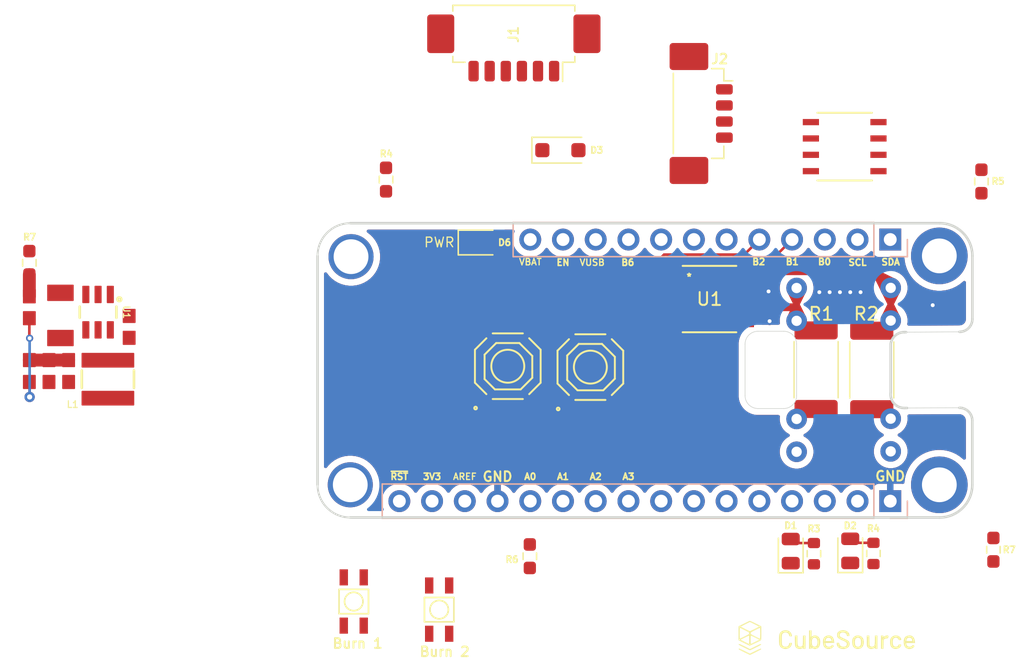
<source format=kicad_pcb>
(kicad_pcb (version 20241229) (generator "pcbnew") (generator_version "9.0")
  (title_block (date "2025-03-18") (rev "Rev 1"))
  (layers (0 "F.Cu" signal) (2 "B.Cu" signal) (13 "F.Paste" user) (15 "B.Paste" user) (5 "F.SilkS" user "F.Silkscreen") (7 "B.SilkS" user "B.Silkscreen") (1 "F.Mask" user) (3 "B.Mask" user) (25 "Edge.Cuts" user))
  (net 0 "")
  (net 1 "GND")
  (net 2 "Net-(H1-Pad1)")
  (net 3 "Net-(H3-Pad1)")
  (net 4 "Net-(H4-Pad1)")
  (net 5 "BURN_CTRL_2")
  (net 6 "BURN_CTRL_1")
  (net 7 "/Burn_Circuit/BURN_OUT_NEG")
  (net 8 "/Burn_Circuit1/BURN_OUT_NEG")
  (net 9 "IN1")
  (net 10 "EN3V")
  (net 11 "Vin")
  (net 12 "IN2")
  (net 14 "+5V")
  (net 15 "/TX")
  (net 16 "/RX")
  (net 17 "/MISO")
  (net 18 "/MOSI")
  (net 19 "/SCK")
  (net 20 "/A5")
  (net 21 "/A4")
  (net 22 "/A3")
  (net 23 "/A2")
  (net 24 "/A1")
  (net 25 "/A0")
  (net 26 "/AREF")
  (net 27 "+3V3")
  (net 28 "/~{RST}")
  (net 29 "/SDA")
  (net 30 "/SCL")
  (net 31 "/F0")
  (net 32 "/F3")
  (net 33 "/F5")
  (net 34 "/F6")
  (footprint "1210" (layer "F.Cu") (at 57.6 87.215 -90)
    (property "Reference" "C1" (hide yes))
    (property "Value" "10uF")
    (pad "" smd roundrect (at -1.755 0 270) (size 1.27 2.06) (layers "F.Cu" "F.Mask" "F.Paste") (roundrect_rratio 0.04) (net 11 "Vin"))
    (pad "2" smd roundrect (at 1.755 0 270) (size 1.27 2.06) (layers "F.Cu" "F.Mask" "F.Paste") (roundrect_rratio 0.04) (net 1 "GND"))
  )
  (footprint "Resistor_SMD:R_2512_6332Metric_Pad1.40x3.35mm_HandSolder" (layer "F.Cu") (at 120.57 91.45 -90)
    (property "Reference" "REF**" (hide yes))
    (property "Value" "R_2512_6332Metric_Pad1.40x3.35mm_HandSolder" (hide yes))
    (pad "1" smd roundrect (at -3.05 0 270) (size 1.4 3.35) (layers "F.Cu" "F.Mask" "F.Paste") (roundrect_rratio 0.178571) (net 8 "/Burn_Circuit1/BURN_OUT_NEG"))
    (pad "2" smd roundrect (at 3.05 0 270) (size 1.4 3.35) (layers "F.Cu" "F.Mask" "F.Paste") (roundrect_rratio 0.178571) (net 14 "+5V"))
  )
  (footprint "MountingHole:MountingHole_2.2mm_M2_Pad" (layer "F.Cu") (at 80.0944 100.3712 -90)
    (property "Reference" "H3" (hide yes))
    (property "Value" "MountingHole_Pad" (hide yes))
    (pad "1" thru_hole circle (at 0 0 270) (size 3.5 3.5) (drill 2.7) (layers "*.Cu" "*.Mask") (net 3 "Net-(H3-Pad1)"))
  )
  (footprint "00-footprint-lib:AxialBurnResistor_No_Cutout" (layer "F.Cu") (at 122.03959 91.425357 -90)
    (property "Reference" "R2" (at -4.33 1.89 0) (layer "F.SilkS"))
    (property "Value" "AxialBurnResistor_No_Cutout" (hide yes))
    (pad "1" thru_hole circle (at -6.35 0 270) (size 1.6 1.6) (drill 0.8) (layers "*.Cu" "*.Mask") (net 8 "/Burn_Circuit1/BURN_OUT_NEG"))
    (pad "1" thru_hole circle (at -3.81 0 270) (size 1.6 1.6) (drill 0.8) (layers "*.Cu" "*.Mask") (net 8 "/Burn_Circuit1/BURN_OUT_NEG"))
    (pad "2" thru_hole oval (at 3.81 0 270) (size 1.6 1.6) (drill 0.8) (layers "*.Cu" "*.Mask") (net 14 "+5V"))
    (pad "2" thru_hole oval (at 6.35 0 270) (size 1.6 1.6) (drill 0.8) (layers "*.Cu" "*.Mask") (net 14 "+5V"))
  )
  (footprint "MountingHole:MountingHole_2.2mm_M2_Pad" (layer "F.Cu") (at 125.8144 100.3712 -90)
    (property "Reference" "H3" (hide yes))
    (property "Value" "MountingHole_Pad" (hide yes))
    (pad "1" thru_hole circle (at 0 0 270) (size 4.4 4.4) (drill 2.7) (layers "*.Cu" "*.Mask") (net 4 "Net-(H4-Pad1)"))
  )
  (footprint "Resistor_SMD:R_0603_1608Metric_Pad0.98x0.95mm_HandSolder" (layer "F.Cu") (at 55.187 83.13 -90)
    (property "Reference" "R7" (at -2 -0.02 0) (layer "F.SilkS") (effects (font (size 0.5 0.5) (thickness 0.125))))
    (property "Value" "0")
    (pad "1" smd roundrect (at -0.9125 0 270) (size 0.975 0.95) (layers "F.Cu" "F.Mask" "F.Paste") (net 11 "Vin"))
    (pad "2" smd roundrect (at 0.9125 0 270) (size 0.975 0.95) (layers "F.Cu" "F.Mask" "F.Paste") (net 11 "Vin"))
  )
  (footprint "Resistor_SMD:R_0603_1608Metric" (layer "F.Cu") (at 116.08 105.719999 90)
    (property "Reference" "R3" (at 1.937501 0 0) (layer "F.SilkS") (effects (font (size 0.5 0.5) (thickness 0.125))))
    (property "Value" "10" (hide yes))
    (pad "1" smd roundrect (at -0.825 0 90) (size 0.8 0.95) (layers "F.Cu" "F.Mask" "F.Paste") (net 9 "IN1"))
    (pad "2" smd roundrect (at 0.825 0 90) (size 0.8 0.95) (layers "F.Cu" "F.Mask" "F.Paste"))
  )
  (footprint "0603" (layer "F.Cu") (at 56.711 91.533 90)
    (property "Reference" "C3" (hide yes))
    (property "Value" "0.1uF")
    (pad "1" smd roundrect (at -0.85 0 90) (size 1.1 1) (layers "F.Cu" "F.Mask" "F.Paste") (roundrect_rratio 0.0508) (net 14 "+5V"))
    (pad "2" smd roundrect (at 0.85 0 90) (size 1.1 1) (layers "F.Cu" "F.Mask" "F.Paste") (roundrect_rratio 0.0508) (net 1 "GND"))
  )
  (footprint "LED_SMD:LED_0805_2012Metric" (layer "F.Cu") (at 114.28 105.519999 90)
    (property "Reference" "D1" (at 1.98 0 0) (layer "F.SilkS") (effects (font (size 0.5 0.5) (thickness 0.125))))
    (property "Value" "LED_RED_IN1" (hide yes))
    (pad "1" smd roundrect (at -0.937501 0 90) (size 0.975 1.4) (layers "F.Cu" "F.Mask" "F.Paste") (net 1 "GND"))
    (pad "2" smd roundrect (at 0.937501 0 90) (size 0.975 1.4) (layers "F.Cu" "F.Mask" "F.Paste"))
  )
  (footprint "MountingHole:MountingHole_2.2mm_M2_Pad" (layer "F.Cu") (at 125.8144 82.5912 -90)
    (property "Reference" "H3" (hide yes))
    (property "Value" "MountingHole_Pad" (hide yes))
    (pad "1" thru_hole circle (at 0 0 270) (size 4.4 4.4) (drill 2.7) (layers "*.Cu" "*.Mask"))
  )
  (footprint "0603" (layer "F.Cu") (at 62.934 88.104 -90)
    (property "Reference" "C2" (hide yes))
    (property "Value" "0.1uF")
    (pad "1" smd roundrect (at -0.85 0 270) (size 1.1 1) (layers "F.Cu" "F.Mask" "F.Paste") (roundrect_rratio 0.0508))
    (pad "2" smd roundrect (at 0.85 0 270) (size 1.1 1) (layers "F.Cu" "F.Mask" "F.Paste") (roundrect_rratio 0.0508) (net 11 "Vin"))
  )
  (footprint "0603" (layer "F.Cu") (at 55.187 86.58 90)
    (property "Reference" "R1" (hide yes))
    (property "Value" "100")
    (pad "1" smd roundrect (at -0.85 0 90) (size 1.1 1) (layers "F.Cu" "F.Mask" "F.Paste") (roundrect_rratio 0.0508) (net 10 "EN3V"))
    (pad "2" smd roundrect (at 0.85 0 90) (size 1.1 1) (layers "F.Cu" "F.Mask" "F.Paste") (roundrect_rratio 0.0508) (net 11 "Vin"))
  )
  (footprint "00-footprint-lib:AxialBurnResistor" (layer "F.Cu") (at 114.73709 91.445357 -90)
    (property "Reference" "R1" (at -4.35 -1.9125 0) (layer "F.SilkS"))
    (property "Value" "R")
    (fp_line (start -2 4) (end 2 4) (stroke (width 0.05)) (layer "Edge.Cuts"))
    (fp_line (start 3 3) (end 3 1) (stroke (width 0.05)) (layer "Edge.Cuts"))
    (fp_line (start -3 1) (end -3 3) (stroke (width 0.05)) (layer "Edge.Cuts"))
    (fp_line (start 2 0) (end -2 0) (stroke (width 0.05)) (layer "Edge.Cuts"))
    (fp_arc (start -2 4) (mid -2.707107 3.707107) (end -3 3) (stroke (width 0.05)) (layer "Edge.Cuts"))
    (fp_arc (start 3 3) (mid 2.707107 3.707107) (end 2 4) (stroke (width 0.05)) (layer "Edge.Cuts"))
    (fp_arc (start -3 1) (mid -2.707107 0.292893) (end -2 0) (stroke (width 0.05)) (layer "Edge.Cuts"))
    (fp_arc (start 2 0) (mid 2.707107 0.292893) (end 3 1) (stroke (width 0.05)) (layer "Edge.Cuts"))
    (pad "1" thru_hole circle (at -6.36 0 270) (size 1.6 1.6) (drill 0.8) (layers "*.Cu" "*.Mask") (net 7 "/Burn_Circuit/BURN_OUT_NEG"))
    (pad "1" thru_hole circle (at -3.81 0 270) (size 1.6 1.6) (drill 0.8) (layers "*.Cu" "*.Mask") (net 7 "/Burn_Circuit/BURN_OUT_NEG"))
    (pad "2" thru_hole oval (at 3.81 0 270) (size 1.6 1.6) (drill 0.8) (layers "*.Cu" "*.Mask") (net 14 "+5V"))
    (pad "2" thru_hole oval (at 6.36 0 270) (size 1.6 1.6) (drill 0.8) (layers "*.Cu" "*.Mask") (net 14 "+5V"))
  )
  (footprint "Connector_Molex:Molex_PicoBlade_53261-0671_1x06-1MP_P1.25mm_Horizontal" (layer "F.Cu") (at 92.79 65.84 180)
    (property "Reference" "J1" (at 0.0188 0.45 90) (layer "F.SilkS") (effects (font (size 0.75 0.75))))
    (property "Value" "Conn_01x06_MountingPin" (hide yes))
    (pad "1" smd roundrect (at -3.125 -2.4 180) (size 0.8 1.6) (layers "F.Cu" "F.Mask" "F.Paste") (net 11 "Vin"))
    (pad "2" smd roundrect (at -1.875 -2.4 180) (size 0.8 1.6) (layers "F.Cu" "F.Mask" "F.Paste") (net 11 "Vin"))
    (pad "3" smd roundrect (at -0.625 -2.4 180) (size 0.8 1.6) (layers "F.Cu" "F.Mask" "F.Paste") (net 11 "Vin"))
    (pad "4" smd roundrect (at 0.625 -2.4 180) (size 0.8 1.6) (layers "F.Cu" "F.Mask" "F.Paste") (net 1 "GND"))
    (pad "5" smd roundrect (at 1.875 -2.4 180) (size 0.8 1.6) (layers "F.Cu" "F.Mask" "F.Paste") (net 1 "GND"))
    (pad "6" smd roundrect (at 3.125 -2.4 180) (size 0.8 1.6) (layers "F.Cu" "F.Mask" "F.Paste") (net 1 "GND"))
    (pad "MP" smd roundrect (at -5.675 0.5 180) (size 2.1 3) (layers "F.Cu" "F.Mask" "F.Paste") (roundrect_rratio 0.119048) (net 1 "GND"))
    (pad "MP" smd roundrect (at 5.675 0.5 180) (size 2.1 3) (layers "F.Cu" "F.Mask" "F.Paste") (roundrect_rratio 0.119048) (net 1 "GND"))
  )
  (footprint "Resistor_SMD:R_0603_1608Metric_Pad0.98x0.95mm_HandSolder" (layer "F.Cu") (at 82.87 76.6625 -90)
    (property "Reference" "R4" (at -2 -0.02 0) (layer "F.SilkS") (effects (font (size 0.5 0.5) (thickness 0.125))))
    (property "Value" "0")
    (pad "1" smd roundrect (at -0.9125 0 270) (size 0.975 0.95) (layers "F.Cu" "F.Mask" "F.Paste") (net 2 "Net-(H1-Pad1)"))
    (pad "2" smd roundrect (at 0.9125 0 270) (size 0.975 0.95) (layers "F.Cu" "F.Mask" "F.Paste") (net 1 "GND"))
  )
  (footprint "INDUCTOR_4X4MM" (layer "F.Cu") (at 61.283 92.168)
    (property "Reference" "L1" (at -2.736 2.262 0) (layer "F.SilkS") (effects (font (size 0.512064 0.512064) (thickness 0.097536)) (justify bottom)))
    (property "Value" "4.7uH" (hide yes))
    (pad "P$1" smd roundrect (at 0 -1.4732) (size 4.0894 1.143) (layers "F.Cu" "F.Mask" "F.Paste") (roundrect_rratio 0.04444444444) (net 11 "Vin"))
    (pad "P$2" smd roundrect (at 0 1.4732) (size 4.0894 1.143) (layers "F.Cu" "F.Mask" "F.Paste") (roundrect_rratio 0.04444444444) (net 14 "+5V"))
  )
  (footprint "LED_SMD:LED_0805_2012Metric" (layer "F.Cu") (at 118.9 105.5025 90)
    (property "Reference" "D2" (at 1.957501 0 0) (layer "F.SilkS") (effects (font (size 0.5 0.5) (thickness 0.125))))
    (property "Value" "LED_RED_IN2" (hide yes))
    (pad "1" smd roundrect (at -0.9375 0 90) (size 0.975 1.4) (layers "F.Cu" "F.Mask" "F.Paste") (net 1 "GND"))
    (pad "2" smd roundrect (at 0.9375 0 90) (size 0.975 1.4) (layers "F.Cu" "F.Mask" "F.Paste"))
  )
  (footprint "LED_SMD:LED_0805_2012Metric" (layer "F.Cu") (at 90.160001 81.55)
    (property "Reference" "D6" (at 1.912499 0 0) (layer "F.SilkS") (effects (font (size 0.5 0.5) (thickness 0.125))))
    (property "Value" "LED_RED_IN1" (hide yes))
    (pad "1" smd roundrect (at -0.937501 0) (size 0.975 1.4) (layers "F.Cu" "F.Mask" "F.Paste") (net 1 "GND"))
    (pad "2" smd roundrect (at 0.937501 0) (size 0.975 1.4) (layers "F.Cu" "F.Mask" "F.Paste") (net 11 "Vin"))
  )
  (footprint "Resistor_SMD:R_2512_6332Metric_Pad1.40x3.35mm_HandSolder" (layer "F.Cu") (at 116.25 91.43 -90)
    (property "Reference" "REF**" (hide yes))
    (property "Value" "R_2512_6332Metric_Pad1.40x3.35mm_HandSolder" (hide yes))
    (pad "1" smd roundrect (at -3.05 0 270) (size 1.4 3.35) (layers "F.Cu" "F.Mask" "F.Paste") (roundrect_rratio 0.178571) (net 7 "/Burn_Circuit/BURN_OUT_NEG"))
    (pad "2" smd roundrect (at 3.05 0 270) (size 1.4 3.35) (layers "F.Cu" "F.Mask" "F.Paste") (roundrect_rratio 0.178571) (net 14 "+5V"))
  )
  (footprint "Resistor_SMD:R_0603_1608Metric" (layer "F.Cu") (at 120.7 105.7025 90)
    (property "Reference" "R4" (at 1.937501 0 0) (layer "F.SilkS") (effects (font (size 0.5 0.5) (thickness 0.125))))
    (property "Value" "10" (hide yes))
    (pad "1" smd roundrect (at -0.825 0 90) (size 0.8 0.95) (layers "F.Cu" "F.Mask" "F.Paste") (net 12 "IN2"))
    (pad "2" smd roundrect (at 0.825 0 90) (size 0.8 0.95) (layers "F.Cu" "F.Mask" "F.Paste"))
  )
  (footprint "00-footprint-lib:SW-SMD_4P-L5.1-W5.1-P3.70-LS6.5-TL-2" (layer "F.Cu") (at 98.73 91.23 90)
    (property "Reference" "S2" (hide yes))
    (property "Value" "Tactile_Button" (hide yes))
    (pad "1" smd roundrect (at -3.3 -1.85 90) (size 1.7 1) (layers "F.Cu" "F.Mask" "F.Paste"))
    (pad "2" smd roundrect (at 3.3 -1.85 90) (size 1.7 1) (layers "F.Cu" "F.Mask" "F.Paste"))
    (pad "3" smd roundrect (at -3.3 1.85 90) (size 1.7 1) (layers "F.Cu" "F.Mask" "F.Paste"))
    (pad "4" smd roundrect (at 3.3 1.85 90) (size 1.7 1) (layers "F.Cu" "F.Mask" "F.Paste"))
  )
  (footprint "Resistor_SMD:R_0603_1608Metric_Pad0.98x0.95mm_HandSolder" (layer "F.Cu") (at 129.081 76.8125 -90)
    (property "Reference" "R5" (at -0.02 -1.29 0) (layer "F.SilkS") (effects (font (size 0.5 0.5) (thickness 0.125))))
    (property "Value" "0" (hide yes))
    (pad "1" smd roundrect (at -0.9125 0 270) (size 0.975 0.95) (layers "F.Cu" "F.Mask" "F.Paste"))
    (pad "2" smd roundrect (at 0.9125 0 270) (size 0.975 0.95) (layers "F.Cu" "F.Mask" "F.Paste") (net 1 "GND"))
  )
  (footprint "LOGO" (layer "F.Cu") (at 117.054341 112.271435)
    (property "Reference" "G***" (hide yes))
    (property "Value" "LOGO" (hide yes))
  )
  (footprint "NCV8402ADDR2G:SOIC8_ONS" (layer "F.Cu") (at 107.9749 85.945)
    (property "Reference" "U1" (at 0 0 0) (layer "F.SilkS"))
    (property "Value" "NCV8402ADDR2G" (hide yes))
    (fp_text user "*" (at -1.58 -1.72 0) (layer "F.SilkS") (effects (font (size 0.5 0.5) (thickness 0.125))))
    (pad "1" smd roundrect (at -2.7051 -1.905) (size 1.4986 0.5588) (layers "F.Cu" "F.Mask" "F.Paste") (roundrect_rratio 0) (chamfer_ratio 0.2) (chamfer top_left) (net 1 "GND"))
    (pad "2" smd rect (at -2.7051 -0.635) (size 1.4986 0.5588) (layers "F.Cu" "F.Mask" "F.Paste") (net 6 "BURN_CTRL_1"))
    (pad "3" smd rect (at -2.7051 0.635) (size 1.4986 0.5588) (layers "F.Cu" "F.Mask" "F.Paste") (net 1 "GND"))
    (pad "4" smd rect (at -2.7051 1.905) (size 1.4986 0.5588) (layers "F.Cu" "F.Mask" "F.Paste") (net 5 "BURN_CTRL_2"))
    (pad "5" smd rect (at 2.7051 1.905) (size 1.4986 0.5588) (layers "F.Cu" "F.Mask" "F.Paste") (net 7 "/Burn_Circuit/BURN_OUT_NEG"))
    (pad "6" smd rect (at 2.7051 0.635) (size 1.4986 0.5588) (layers "F.Cu" "F.Mask" "F.Paste") (net 7 "/Burn_Circuit/BURN_OUT_NEG"))
    (pad "7" smd rect (at 2.7051 -0.635) (size 1.4986 0.5588) (layers "F.Cu" "F.Mask" "F.Paste") (net 8 "/Burn_Circuit1/BURN_OUT_NEG"))
    (pad "8" smd rect (at 2.7051 -1.905) (size 1.4986 0.5588) (layers "F.Cu" "F.Mask" "F.Paste") (net 8 "/Burn_Circuit1/BURN_OUT_NEG"))
  )
  (footprint "Diode_SMD:D_SOD-123F" (layer "F.Cu") (at 96.4025 74.38)
    (property "Reference" "D3" (at 2.8175 0 0) (layer "F.SilkS") (effects (font (size 0.5 0.5) (thickness 0.125))))
    (property "Value" "D_SOD-123F" (hide yes))
    (pad "1" smd roundrect (at -1.4 0) (size 1.1 1.1) (layers "F.Cu" "F.Mask" "F.Paste") (roundrect_rratio 0.2272727273) (net 14 "+5V"))
    (pad "2" smd roundrect (at 1.4 0) (size 1.1 1.1) (layers "F.Cu" "F.Mask" "F.Paste") (roundrect_rratio 0.2272727273) (net 11 "Vin"))
  )
  (footprint "boron-v1.00:TACTILE_SWITCH_SMD" (layer "F.Cu") (at 80.365 109.435 90)
    (property "Reference" "Burn 1" (at -3.7 -1.73 0) (layer "F.SilkS") (effects (font (size 0.75 0.75) (thickness 0.15) (bold yes)) (justify left bottom)))
    (property "Value" "")
    (pad "1" smd rect (at -1.875 -0.775 180) (size 0.65 1.25) (layers "F.Cu" "F.Mask" "F.Paste") (net 14 "+5V"))
    (pad "2" smd rect (at 1.875 -0.775 180) (size 0.65 1.25) (layers "F.Cu" "F.Mask" "F.Paste") (net 14 "+5V"))
    (pad "3" smd rect (at -1.875 0.775 180) (size 0.65 1.25) (layers "F.Cu" "F.Mask" "F.Paste") (net 6 "BURN_CTRL_1"))
    (pad "4" smd rect (at 1.875 0.775 180) (size 0.65 1.25) (layers "F.Cu" "F.Mask" "F.Paste") (net 9 "IN1"))
  )
  (footprint "Resistor_SMD:R_0603_1608Metric_Pad0.98x0.95mm_HandSolder" (layer "F.Cu") (at 94.03 105.9175 -90)
    (property "Reference" "R6" (at 0.254724 1.38 0) (layer "F.SilkS") (effects (font (size 0.5 0.5) (thickness 0.125))))
    (property "Value" "0")
    (pad "1" smd roundrect (at -0.9125 0 270) (size 0.975 0.95) (layers "F.Cu" "F.Mask" "F.Paste") (net 1 "GND"))
    (pad "2" smd roundrect (at 0.9125 0 270) (size 0.975 0.95) (layers "F.Cu" "F.Mask" "F.Paste") (net 3 "Net-(H3-Pad1)"))
  )
  (footprint "SOT23-6" (layer "F.Cu") (at 60.521 86.961 180)
    (property "Reference" "U1" (at -1.905 0 270) (layer "F.SilkS") (effects (font (size 0.512064 0.512064) (thickness 0.097536)) (justify bottom)))
    (property "Value" "BTS3405GXUMA1" (hide yes))
    (pad "1" smd roundrect (at -0.95 1.3751 180) (size 0.55 1.35) (layers "F.Cu" "F.Mask" "F.Paste") (roundrect_rratio 0.09236363636) (net 14 "+5V"))
    (pad "2" smd roundrect (at 0 1.3751 180) (size 0.55 1.35) (layers "F.Cu" "F.Mask" "F.Paste") (roundrect_rratio 0.09236363636) (net 10 "EN3V"))
    (pad "3" smd roundrect (at 0.95 1.3751 180) (size 0.55 1.35) (layers "F.Cu" "F.Mask" "F.Paste") (roundrect_rratio 0.09236363636) (net 11 "Vin"))
    (pad "4" smd roundrect (at 0.95 -1.3751 180) (size 0.55 1.35) (layers "F.Cu" "F.Mask" "F.Paste") (roundrect_rratio 0.09236363636) (net 1 "GND"))
    (pad "5" smd roundrect (at 0 -1.3751 180) (size 0.55 1.35) (layers "F.Cu" "F.Mask" "F.Paste") (roundrect_rratio 0.09236363636) (net 11 "Vin"))
    (pad "6" smd roundrect (at -0.95 -1.3751 180) (size 0.55 1.35) (layers "F.Cu" "F.Mask" "F.Paste") (roundrect_rratio 0.09236363636))
  )
  (footprint "boron-v1.00:TACTILE_SWITCH_SMD" (layer "F.Cu") (at 86.995 110.065 90)
    (property "Reference" "Burn 2" (at -3.712499 -1.6 0) (layer "F.SilkS") (effects (font (size 0.75 0.75) (thickness 0.15) (bold yes)) (justify left bottom)))
    (property "Value" "")
    (pad "1" smd rect (at -1.875 -0.775 180) (size 0.65 1.25) (layers "F.Cu" "F.Mask" "F.Paste") (net 14 "+5V"))
    (pad "2" smd rect (at 1.875 -0.775 180) (size 0.65 1.25) (layers "F.Cu" "F.Mask" "F.Paste") (net 14 "+5V"))
    (pad "3" smd rect (at -1.875 0.775 180) (size 0.65 1.25) (layers "F.Cu" "F.Mask" "F.Paste") (net 5 "BURN_CTRL_2"))
    (pad "4" smd rect (at 1.875 0.775 180) (size 0.65 1.25) (layers "F.Cu" "F.Mask" "F.Paste") (net 12 "IN2"))
  )
  (footprint "Resistor_SMD:R_0603_1608Metric_Pad0.98x0.95mm_HandSolder" (layer "F.Cu") (at 130.01 105.4125 90)
    (property "Reference" "R7" (at 0 1.23 0) (layer "F.SilkS") (effects (font (size 0.5 0.5) (thickness 0.125))))
    (property "Value" "0" (hide yes))
    (pad "1" smd roundrect (at -0.9125 0 90) (size 0.975 0.95) (layers "F.Cu" "F.Mask" "F.Paste") (net 4 "Net-(H4-Pad1)"))
    (pad "2" smd roundrect (at 0.9125 0 90) (size 0.975 0.95) (layers "F.Cu" "F.Mask" "F.Paste") (net 1 "GND"))
  )
  (footprint "MountingHole:MountingHole_2.2mm_M2_Pad" (layer "F.Cu") (at 80.1544 82.6512 -90)
    (property "Reference" "H1" (hide yes))
    (property "Value" "MountingHole_Pad" (hide yes))
    (pad "1" thru_hole circle (at 0 0 270) (size 3.5 3.5) (drill 2.7) (layers "*.Cu" "*.Mask") (net 2 "Net-(H1-Pad1)"))
  )
  (footprint "Connector_Molex:Molex_PicoBlade_53398-0471_1x04-1MP_P1.25mm_Vertical" (layer "F.Cu") (at 107.88 71.53 -90)
    (property "Reference" "J2" (at -4.23 -0.89 0) (layer "F.SilkS") (effects (font (size 0.75 0.75))))
    (property "Value" "Molex_PicoBlade_53398-0471_1x04-1MP_P1.25mm_Vertical" (hide yes))
    (pad "1" smd roundrect (at -1.875 -1.25 270) (size 0.8 1.3) (layers "F.Cu" "F.Mask" "F.Paste") (net 1 "GND"))
    (pad "2" smd roundrect (at -0.625 -1.25 270) (size 0.8 1.3) (layers "F.Cu" "F.Mask" "F.Paste") (net 1 "GND"))
    (pad "3" smd roundrect (at 0.625 -1.25 270) (size 0.8 1.3) (layers "F.Cu" "F.Mask" "F.Paste") (net 6 "BURN_CTRL_1"))
    (pad "4" smd roundrect (at 1.875 -1.25 270) (size 0.8 1.3) (layers "F.Cu" "F.Mask" "F.Paste") (net 5 "BURN_CTRL_2"))
    (pad "MP" smd roundrect (at -4.425 1.5 270) (size 2.1 3) (layers "F.Cu" "F.Mask" "F.Paste") (roundrect_rratio 0.119048) (net 1 "GND"))
    (pad "MP" smd roundrect (at 4.425 1.5 270) (size 2.1 3) (layers "F.Cu" "F.Mask" "F.Paste") (roundrect_rratio 0.119048) (net 1 "GND"))
  )
  (footprint "0603" (layer "F.Cu") (at 55.187 91.533 -90)
    (property "Reference" "R2" (hide yes))
    (property "Value" "100")
    (pad "1" smd roundrect (at -0.85 0 270) (size 1.1 1) (layers "F.Cu" "F.Mask" "F.Paste") (roundrect_rratio 0.0508) (net 1 "GND"))
    (pad "2" smd roundrect (at 0.85 0 270) (size 1.1 1) (layers "F.Cu" "F.Mask" "F.Paste") (roundrect_rratio 0.0508) (net 10 "EN3V"))
  )
  (footprint "Library:DS3231MZ_TRL-L" (layer "F.Cu") (at 118.46745 74.105)
    (property "Reference" "REF**" (hide yes))
    (property "Value" "21-0041B_8_MXM" (hide yes))
    (pad "1" smd rect (at -2.62255 -1.905) (size 1.2573 0.4826) (layers "F.Cu" "F.Mask" "F.Paste"))
    (pad "2" smd rect (at -2.62255 -0.635) (size 1.2573 0.4826) (layers "F.Cu" "F.Mask" "F.Paste"))
    (pad "3" smd rect (at -2.62255 0.635) (size 1.2573 0.4826) (layers "F.Cu" "F.Mask" "F.Paste"))
    (pad "4" smd rect (at -2.62255 1.905) (size 1.2573 0.4826) (layers "F.Cu" "F.Mask" "F.Paste"))
    (pad "5" smd rect (at 2.62255 1.905) (size 1.2573 0.4826) (layers "F.Cu" "F.Mask" "F.Paste"))
    (pad "6" smd rect (at 2.62255 0.635) (size 1.2573 0.4826) (layers "F.Cu" "F.Mask" "F.Paste"))
    (pad "7" smd rect (at 2.62255 -0.635) (size 1.2573 0.4826) (layers "F.Cu" "F.Mask" "F.Paste") (net 29 "/SDA"))
    (pad "8" smd rect (at 2.62255 -1.905) (size 1.2573 0.4826) (layers "F.Cu" "F.Mask" "F.Paste") (net 30 "/SCL"))
  )
  (footprint "00-footprint-lib:SW-SMD_4P-L5.1-W5.1-P3.70-LS6.5-TL-2" (layer "F.Cu") (at 92.32 91.16 90)
    (property "Reference" "S2" (hide yes))
    (property "Value" "Tactile_Button" (hide yes))
    (pad "1" smd roundrect (at -3.3 -1.85 90) (size 1.7 1) (layers "F.Cu" "F.Mask" "F.Paste"))
    (pad "2" smd roundrect (at 3.3 -1.85 90) (size 1.7 1) (layers "F.Cu" "F.Mask" "F.Paste"))
    (pad "3" smd roundrect (at -3.3 1.85 90) (size 1.7 1) (layers "F.Cu" "F.Mask" "F.Paste"))
    (pad "4" smd roundrect (at 3.3 1.85 90) (size 1.7 1) (layers "F.Cu" "F.Mask" "F.Paste"))
  )
  (footprint "0603" (layer "F.Cu") (at 58.235 91.533 90)
    (property "Reference" "C4" (hide yes))
    (property "Value" "22uF")
    (pad "1" smd roundrect (at -0.85 0 90) (size 1.1 1) (layers "F.Cu" "F.Mask" "F.Paste") (roundrect_rratio 0.0508) (net 14 "+5V"))
    (pad "2" smd roundrect (at 0.85 0 90) (size 1.1 1) (layers "F.Cu" "F.Mask" "F.Paste") (roundrect_rratio 0.0508) (net 1 "GND"))
  )
  (footprint "Connector_PinHeader_2.54mm:PinHeader_1x16_P2.54mm_Vertical" (layer "B.Cu") (at 122.0044 101.6412 90)
    (property "Reference" "J3" (hide yes))
    (property "Value" "feather long" (hide yes))
    (pad "1" thru_hole rect (at 0 0 90) (size 1.7 1.7) (drill 1) (layers "*.Cu" "*.Mask") (net 1 "GND"))
    (pad "2" thru_hole oval (at 0 -2.54 90) (size 1.7 1.7) (drill 1) (layers "*.Cu" "*.Mask") (net 15 "/TX"))
    (pad "3" thru_hole oval (at 0 -5.08 90) (size 1.7 1.7) (drill 1) (layers "*.Cu" "*.Mask") (net 16 "/RX"))
    (pad "4" thru_hole oval (at 0 -7.62 90) (size 1.7 1.7) (drill 1) (layers "*.Cu" "*.Mask") (net 17 "/MISO"))
    (pad "5" thru_hole oval (at 0 -10.16 90) (size 1.7 1.7) (drill 1) (layers "*.Cu" "*.Mask") (net 18 "/MOSI"))
    (pad "6" thru_hole oval (at 0 -12.7 90) (size 1.7 1.7) (drill 1) (layers "*.Cu" "*.Mask") (net 19 "/SCK"))
    (pad "7" thru_hole oval (at 0 -15.24 90) (size 1.7 1.7) (drill 1) (layers "*.Cu" "*.Mask") (net 20 "/A5"))
    (pad "8" thru_hole oval (at 0 -17.78 90) (size 1.7 1.7) (drill 1) (layers "*.Cu" "*.Mask") (net 21 "/A4"))
    (pad "9" thru_hole oval (at 0 -20.32 90) (size 1.7 1.7) (drill 1) (layers "*.Cu" "*.Mask") (net 22 "/A3"))
    (pad "10" thru_hole oval (at 0 -22.86 90) (size 1.7 1.7) (drill 1) (layers "*.Cu" "*.Mask") (net 23 "/A2"))
    (pad "11" thru_hole oval (at 0 -25.4 90) (size 1.7 1.7) (drill 1) (layers "*.Cu" "*.Mask") (net 24 "/A1"))
    (pad "12" thru_hole oval (at 0 -27.94 90) (size 1.7 1.7) (drill 1) (layers "*.Cu" "*.Mask") (net 25 "/A0"))
    (pad "13" thru_hole oval (at 0 -30.48 90) (size 1.7 1.7) (drill 1) (layers "*.Cu" "*.Mask") (net 1 "GND"))
    (pad "14" thru_hole oval (at 0 -33.02 90) (size 1.7 1.7) (drill 1) (layers "*.Cu" "*.Mask") (net 26 "/AREF"))
    (pad "15" thru_hole oval (at 0 -35.56 90) (size 1.7 1.7) (drill 1) (layers "*.Cu" "*.Mask") (net 27 "+3V3"))
    (pad "16" thru_hole oval (at 0 -38.1 90) (size 1.7 1.7) (drill 1) (layers "*.Cu" "*.Mask") (net 28 "/~{RST}"))
  )
  (footprint "Connector_PinHeader_2.54mm:PinHeader_1x12_P2.54mm_Vertical" (layer "B.Cu") (at 122.0044 81.3212 90)
    (property "Reference" "J4" (hide yes))
    (property "Value" "feather short" (hide yes))
    (pad "1" thru_hole rect (at 0 0 90) (size 1.7 1.7) (drill 1) (layers "*.Cu" "*.Mask") (net 29 "/SDA"))
    (pad "2" thru_hole oval (at 0 -2.54 90) (size 1.7 1.7) (drill 1) (layers "*.Cu" "*.Mask") (net 30 "/SCL"))
    (pad "3" thru_hole oval (at 0 -5.08 90) (size 1.7 1.7) (drill 1) (layers "*.Cu" "*.Mask") (net 31 "/F0"))
    (pad "4" thru_hole oval (at 0 -7.62 90) (size 1.7 1.7) (drill 1) (layers "*.Cu" "*.Mask") (net 6 "BURN_CTRL_1"))
    (pad "5" thru_hole oval (at 0 -10.16 90) (size 1.7 1.7) (drill 1) (layers "*.Cu" "*.Mask") (net 5 "BURN_CTRL_2"))
    (pad "6" thru_hole oval (at 0 -12.7 90) (size 1.7 1.7) (drill 1) (layers "*.Cu" "*.Mask") (net 32 "/F3"))
    (pad "7" thru_hole oval (at 0 -15.24 90) (size 1.7 1.7) (drill 1) (layers "*.Cu" "*.Mask"))
    (pad "8" thru_hole oval (at 0 -17.78 90) (size 1.7 1.7) (drill 1) (layers "*.Cu" "*.Mask") (net 33 "/F5"))
    (pad "9" thru_hole oval (at 0 -20.32 90) (size 1.7 1.7) (drill 1) (layers "*.Cu" "*.Mask") (net 34 "/F6"))
    (pad "10" thru_hole oval (at 0 -22.86 90) (size 1.7 1.7) (drill 1) (layers "*.Cu" "*.Mask") (net 11 "Vin"))
    (pad "11" thru_hole oval (at 0 -25.4 90) (size 1.7 1.7) (drill 1) (layers "*.Cu" "*.Mask") (net 10 "EN3V"))
    (pad "12" thru_hole oval (at 0 -27.94 90) (size 1.7 1.7) (drill 1) (layers "*.Cu" "*.Mask") (net 11 "Vin"))
  )
  (gr_line (start 128.372893 95.387107) (end 128.372893 100.371199) (stroke (width 0.2)) (layer "Edge.Cuts"))
  (gr_line (start 123.09079 94.405357) (end 123.29959 94.405357) (stroke (width 0.2)) (layer "Edge.Cuts"))
  (gr_arc (start 127.372893 94.387107) (mid 128.08 94.68) (end 128.372893 95.387107) (stroke (width 0.2)) (layer "Edge.Cuts"))
  (gr_arc (start 128.372893 100.371199) (mid 127.628944 102.16725) (end 125.832893 102.911199) (stroke (width 0.2)) (layer "Edge.Cuts"))
  (gr_arc (start 125.839925 80.049856) (mid 127.636025 80.793778) (end 128.38 82.589856) (stroke (width 0.2)) (layer "Edge.Cuts"))
  (gr_line (start 123.29959 94.405357) (end 127.372893 94.387108) (stroke (width 0.05)) (layer "Edge.Cuts"))
  (gr_line (start 127.38 88.4902) (end 123.23959 88.515357) (stroke (width 0.05)) (layer "Edge.Cuts"))
  (gr_arc (start 123.09079 94.405357) (mid 122.287268 94.03792) (end 122.039606 93.189793) (stroke (width 0.2)) (layer "Edge.Cuts"))
  (gr_line (start 122.039606 93.189793) (end 122.039591 89.423992) (stroke (width 0.2)) (layer "Edge.Cuts"))
  (gr_arc (start 122.039591 89.423992) (mid 122.33959 88.826556) (end 123.106518 88.515357) (stroke (width 0.2)) (layer "Edge.Cuts"))
  (gr_line (start 77.5544 100.3712) (end 77.5544 82.5912) (stroke (width 0.2)) (layer "Edge.Cuts"))
  (gr_arc (start 77.5544 82.5912) (mid 78.298349 80.795149) (end 80.0944 80.0512) (stroke (width 0.15)) (layer "Edge.Cuts"))
  (gr_line (start 123.23959 88.515357) (end 123.106518 88.515357) (stroke (width 0.2)) (layer "Edge.Cuts"))
  (gr_line (start 80.0944 80.0512) (end 125.839925 80.049856) (stroke (width 0.2)) (layer "Edge.Cuts"))
  (gr_arc (start 80.0944 102.9112) (mid 78.298349 102.167251) (end 77.5544 100.3712) (stroke (width 0.15)) (layer "Edge.Cuts"))
  (gr_line (start 128.38 87.490238) (end 128.38 82.589856) (stroke (width 0.2)) (layer "Edge.Cuts"))
  (gr_line (start 125.832893 102.911199) (end 80.0944 102.911199) (stroke (width 0.2)) (layer "Edge.Cuts"))
  (gr_arc (start 128.38 87.490238) (mid 128.087107 88.197345) (end 127.38 88.490238) (stroke (width 0.2)) (layer "Edge.Cuts"))
  (gr_text "SDA" (at 122.0344 83.0712 0) (layer "F.SilkS") (effects (font (size 0.5 0.5) (thickness 0.125))))
  (gr_text "3V3" (at 86.4444 99.7362 0) (layer "F.SilkS") (effects (font (size 0.5 0.5) (thickness 0.125))))
  (gr_text "PWR" (at 85.76 81.98 0) (layer "F.SilkS") (effects (font (size 0.75 0.75) (thickness 0.1)) (justify left bottom)))
  (gr_text "B0\n" (at 116.9 83.05 0) (layer "F.SilkS") (effects (font (size 0.5 0.5) (thickness 0.125))))
  (gr_text "B6" (at 101.6344 83.1012 0) (layer "F.SilkS") (effects (font (size 0.5 0.5) (thickness 0.125))))
  (gr_text "GND" (at 91.5244 99.7362 0) (layer "F.SilkS") (effects (font (size 0.75 0.75))))
  (gr_text "B2" (at 111.8 83.05 0) (layer "F.SilkS") (effects (font (size 0.5 0.5) (thickness 0.125))))
  (gr_text "~{RST}" (at 83.9044 99.7362 0) (layer "F.SilkS") (effects (font (size 0.5 0.5) (thickness 0.125))))
  (gr_text "A3" (at 101.6844 99.7362 0) (layer "F.SilkS") (effects (font (size 0.5 0.5) (thickness 0.125))))
  (gr_text "B1" (at 114.4 83.05 0) (layer "F.SilkS") (effects (font (size 0.5 0.5) (thickness 0.125))))
  (gr_text "VBAT" (at 94.0744 83.0612 0) (layer "F.SilkS") (effects (font (size 0.5 0.5) (thickness 0.1))))
  (gr_text "EN" (at 96.6044 83.1012 0) (layer "F.SilkS") (effects (font (size 0.5 0.5) (thickness 0.125))))
  (gr_text "SCL" (at 119.4644 83.1012 0) (layer "F.SilkS") (effects (font (size 0.5 0.5) (thickness 0.125))))
  (gr_text "AREF" (at 88.9844 99.7362 0) (layer "F.SilkS") (effects (font (size 0.5 0.5) (thickness 0.1))))
  (gr_text "A2" (at 99.1444 99.7362 0) (layer "F.SilkS") (effects (font (size 0.5 0.5) (thickness 0.125))))
  (gr_text "GND" (at 122 99.7 0) (layer "F.SilkS") (effects (font (size 0.75 0.75))))
  (gr_text "A0" (at 94.0644 99.7362 0) (layer "F.SilkS") (effects (font (size 0.5 0.5) (thickness 0.125))))
  (gr_text "A1" (at 96.6044 99.7362 0) (layer "F.SilkS") (effects (font (size 0.5 0.5) (thickness 0.125))))
  (gr_text "VUSB" (at 98.87 83.1 0) (layer "F.SilkS") (effects (font (size 0.5 0.5) (thickness 0.1))))
  (segment (start 114.592501 104.894999) (end 114.28 104.582498) (width 0.2) (layer "F.Cu") (net 0))
  (segment (start 116.08 104.894999) (end 114.592501 104.894999) (width 0.2) (layer "F.Cu") (net 0))
  (segment (start 119.2125 104.8775) (end 118.9 104.565) (width 0.2) (layer "F.Cu") (net 0))
  (segment (start 120.7 104.8775) (end 119.2125 104.8775) (width 0.2) (layer "F.Cu") (net 0))
  (segment (start 55.187 90.683) (end 58.235 90.683) (width 1) (layer "F.Cu") (net 1))
  (via (at 118.1 85.41) (size 0.6) (drill 0.3) (layers "F.Cu" "B.Cu") (net 1))
  (via (at 112.56 85.35) (size 0.6) (drill 0.3) (layers "F.Cu" "B.Cu") (net 1))
  (via (at 116.5 85.41) (size 0.6) (drill 0.3) (layers "F.Cu" "B.Cu") (net 1))
  (via (at 125.3 86.42) (size 0.6) (drill 0.3) (layers "F.Cu" "B.Cu") (net 1))
  (via (at 118.9 85.41) (size 0.6) (drill 0.3) (layers "F.Cu" "B.Cu") (net 1))
  (via (at 119.7 85.41) (size 0.6) (drill 0.3) (layers "F.Cu" "B.Cu") (net 1))
  (via (at 112.64 87.66) (size 0.6) (drill 0.3) (layers "F.Cu" "B.Cu") (net 1))
  (via (at 117.3 85.41) (size 0.6) (drill 0.3) (layers "F.Cu" "B.Cu") (net 1))
  (segment (start 103.19 86.1309) (end 104.9091 87.85) (width 0.2) (layer "F.Cu") (net 5))
  (segment (start 104.45 82.49) (end 103.19 83.75) (width 0.2) (layer "F.Cu") (net 5))
  (segment (start 111.8444 81.3212) (end 110.6756 82.49) (width 0.2) (layer "F.Cu") (net 5))
  (segment (start 110.6756 82.49) (end 104.45 82.49) (width 0.2) (layer "F.Cu") (net 5))
  (segment (start 103.19 83.75) (end 103.19 86.1309) (width 0.2) (layer "F.Cu") (net 5))
  (segment (start 104.9091 87.85) (end 105.2698 87.85) (width 0.2) (layer "F.Cu") (net 5))
  (segment (start 104.86 83.03) (end 104.22 83.67) (width 0.2) (layer "F.Cu") (net 6))
  (segment (start 104.22 85.11) (end 104.42 85.31) (width 0.2) (layer "F.Cu") (net 6))
  (segment (start 104.42 85.31) (end 105.2698 85.31) (width 0.2) (layer "F.Cu") (net 6))
  (segment (start 114.3844 81.3212) (end 112.6756 83.03) (width 0.2) (layer "F.Cu") (net 6))
  (segment (start 104.22 83.67) (end 104.22 85.11) (width 0.2) (layer "F.Cu") (net 6))
  (segment (start 112.6756 83.03) (end 104.86 83.03) (width 0.2) (layer "F.Cu") (net 6))
  (segment (start 110.68 86.58) (end 114.73709 86.58) (width 0.6) (layer "F.Cu") (net 7))
  (segment (start 114.73709 87.635357) (end 114.522447 87.85) (width 0.2) (layer "F.Cu") (net 7))
  (segment (start 114.73709 86.58) (end 114.73709 87.635357) (width 0.6) (layer "F.Cu") (net 7))
  (segment (start 114.73709 85.085357) (end 114.73709 87.635357) (width 0.2) (layer "F.Cu") (net 7))
  (segment (start 110.68 87.85) (end 110.68 86.58) (width 0.6) (layer "F.Cu") (net 7))
  (segment (start 110.68 84.04) (end 110.68 85.31) (width 0.6) (layer "F.Cu") (net 8))
  (segment (start 120.74859 83.784357) (end 110.935643 83.784357) (width 0.6) (layer "F.Cu") (net 8))
  (segment (start 110.935643 83.784357) (end 110.68 84.04) (width 0.6) (layer "F.Cu") (net 8))
  (segment (start 122.03959 85.075357) (end 120.74859 83.784357) (width 0.6) (layer "F.Cu") (net 8))
  (segment (start 122.03959 85.075357) (end 122.03959 87.615357) (width 0.2) (layer "F.Cu") (net 8))
  (segment (start 55.187 88.963) (end 55.187 87.43) (width 0.2032) (layer "F.Cu") (net 10))
  (segment (start 55.2086 93.5486) (end 55.2086 92.4046) (width 0.2032) (layer "F.Cu") (net 10))
  (segment (start 55.2086 92.4046) (end 55.187 92.383) (width 0.2032) (layer "F.Cu") (net 10))
  (segment (start 55.2086 88.9846) (end 55.187 88.963) (width 0.2032) (layer "F.Cu") (net 10))
  (via (at 55.2086 93.5486) (size 0.8) (drill 0.4) (layers "F.Cu" "B.Cu") (net 10))
  (via (at 55.2086 88.9846) (size 0.5588) (drill 0.3048) (layers "F.Cu" "B.Cu") (net 10))
  (segment (start 55.2086 88.9846) (end 55.2086 93.5486) (width 0.2032) (layer "B.Cu") (net 10))
  (segment (start 55.187 85.73) (end 55.187 84.0425) (width 1) (layer "F.Cu") (net 11))
  (zone (net 0) (net_name "") (layer "F.Cu") (connect_pads (clearance 0)) (min_thickness 0.25)
    (keepout (tracks allowed) (vias allowed) (pads allowed) (copperpour not_allowed) (footprints allowed))
    (fill (thermal_gap 0.5) (thermal_bridge_width 0.5))
    (polygon (pts (xy 82.891376 98.893812) (xy 82.771988 102.581062) (xy 81.0946 102.506841) (xy 82.837901 98.893812)))
  )
  (zone (net 1) (net_name "GND") (layer "F.Cu") (connect_pads (clearance 0.508)) (min_thickness 0.25) (fill yes (thermal_gap 0.5) (thermal_bridge_width 0.5))
    (polygon (pts (xy 76.43 91.33) (xy 76.44 82.52) (xy 77.183949 80.723949) (xy 78.98 79.98) (xy 125.03 79.76) (xy 132.2356 79.5288) (xy 132.0356 92.4788) (xy 131.9856 92.5288) (xy 132.1856 102.8788) (xy 124.7 103.01) (xy 78.98 102.84) (xy 77.183949 102.096051) (xy 76.44 100.3) (xy 76.44 91.41)))
  )
  (zone (net 0) (net_name "") (layer "F.Cu") (connect_pads (clearance 0)) (min_thickness 0.25)
    (keepout (tracks allowed) (vias allowed) (pads allowed) (copperpour not_allowed) (footprints allowed))
    (fill (thermal_gap 0.5) (thermal_bridge_width 0.5))
    (polygon (pts (xy 62.306 86.27) (xy 61.036 86.27) (xy 61.036 86.99) (xy 62.116 86.99) (xy 62.116 86.46)))
  )
  (zone (net 0) (net_name "") (layers "F.Cu" "B.Cu") (connect_pads (clearance 0)) (min_thickness 0.25)
    (keepout (tracks allowed) (vias allowed) (pads allowed) (copperpour not_allowed) (footprints allowed))
    (fill (thermal_gap 0.5) (thermal_bridge_width 0.5))
    (polygon (pts (xy 114.571991 87.91021) (xy 114.569674 94.897948) (xy 123.016231 94.869979) (xy 122.968973 87.863985)))
  )
  (zone (net 1) (net_name "GND") (layer "B.Cu") (priority 1) (connect_pads (clearance 0.508)) (min_thickness 0.25) (fill yes (thermal_gap 0.5) (thermal_bridge_width 0.5))
    (polygon (pts (xy 131.9356 91.3288) (xy 132.3356 82.3288) (xy 132.3856 79.4288) (xy 124.76 79.84) (xy 79.06593 79.973476) (xy 77.269879 80.717425) (xy 76.52593 82.513476) (xy 76.34593 100.373476) (xy 77.09593 102.223476) (xy 78.90593 103.083476) (xy 125.17 103.02) (xy 126.69 103.0288) (xy 132.1856 102.8288) (xy 132.1356 94.6288)))
  )
)
</source>
